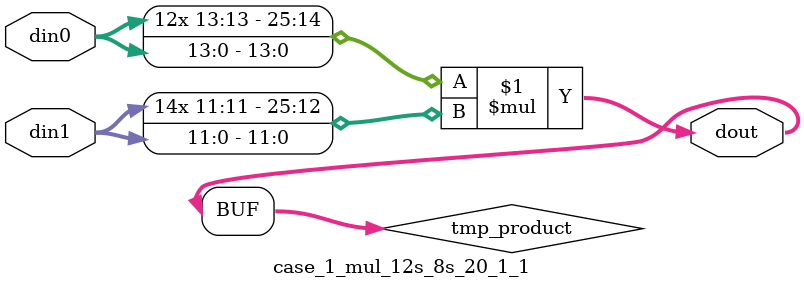
<source format=v>

`timescale 1 ns / 1 ps

 module case_1_mul_12s_8s_20_1_1(din0, din1, dout);
parameter ID = 1;
parameter NUM_STAGE = 0;
parameter din0_WIDTH = 14;
parameter din1_WIDTH = 12;
parameter dout_WIDTH = 26;

input [din0_WIDTH - 1 : 0] din0; 
input [din1_WIDTH - 1 : 0] din1; 
output [dout_WIDTH - 1 : 0] dout;

wire signed [dout_WIDTH - 1 : 0] tmp_product;



























assign tmp_product = $signed(din0) * $signed(din1);








assign dout = tmp_product;





















endmodule

</source>
